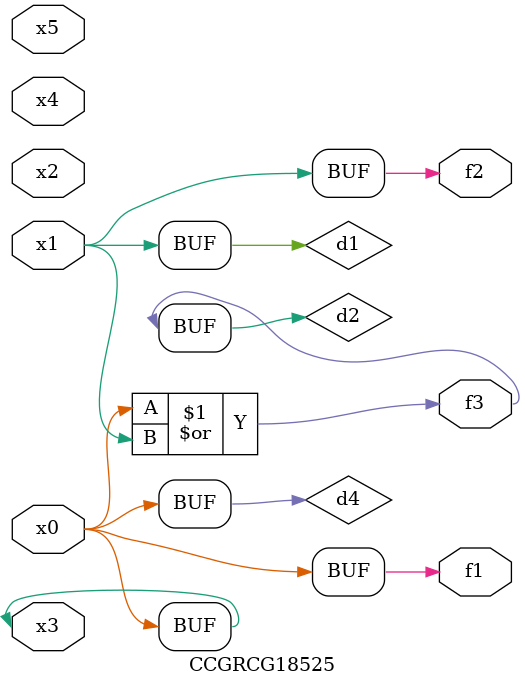
<source format=v>
module CCGRCG18525(
	input x0, x1, x2, x3, x4, x5,
	output f1, f2, f3
);

	wire d1, d2, d3, d4;

	and (d1, x1);
	or (d2, x0, x1);
	nand (d3, x0, x5);
	buf (d4, x0, x3);
	assign f1 = d4;
	assign f2 = d1;
	assign f3 = d2;
endmodule

</source>
